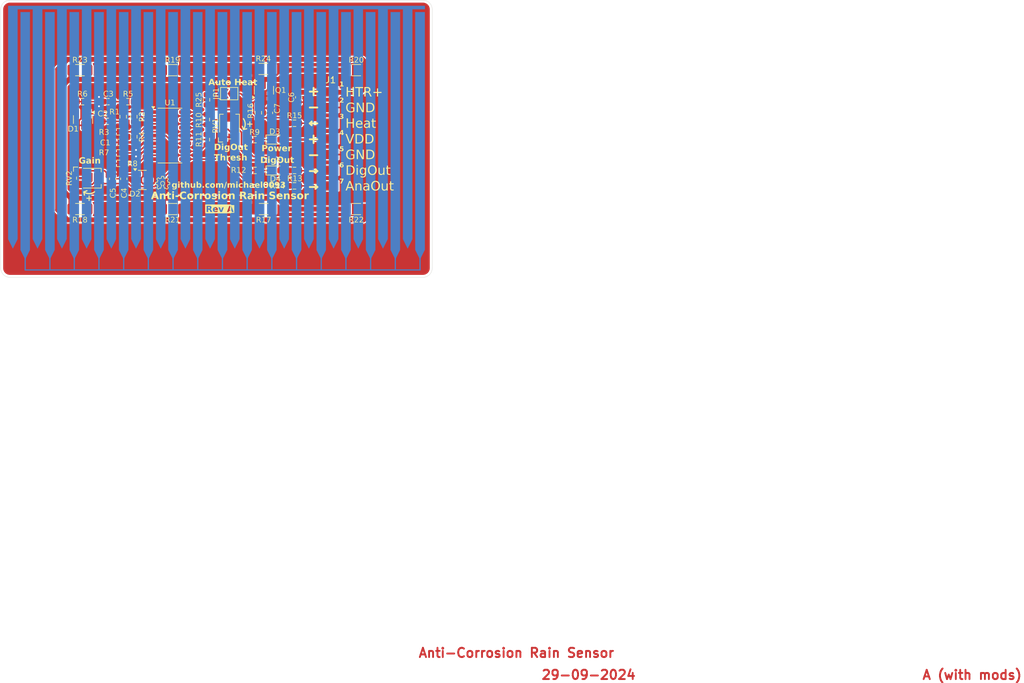
<source format=kicad_pcb>
(kicad_pcb (version 20240108) (generator "pcbnew") (generator_version "8.0")
  (layers (0 "F.Cu" signal) (31 "B.Cu" signal) (34 "B.Paste" user) (35 "F.Paste" user) (36 "B.SilkS" user "B.Silkscreen") (37 "F.SilkS" user "F.Silkscreen") (38 "B.Mask" user) (39 "F.Mask" user) (44 "Edge.Cuts" user))
  (net 0 "")
  (net 1 "GND")
  (net 2 "VDD")
  (net 3 "Net-(U1A--)")
  (net 4 "Net-(C3-Pad2)")
  (net 5 "Net-(C3-Pad1)")
  (net 6 "Net-(D2-A)")
  (net 7 "Net-(D2-K)")
  (net 8 "HTR+")
  (net 9 "Net-(JP1-A)")
  (net 11 "Net-(D2-COM)")
  (net 12 "Net-(D3-K)")
  (net 13 "Net-(D4-K)")
  (net 14 "/HeaterOn")
  (net 15 "Net-(J1-Pin_6)")
  (net 16 "Net-(J1-Pin_7)")
  (net 17 "Net-(R1-Pad1)")
  (net 18 "Net-(U1A-+)")
  (net 19 "Net-(U1B-+)")
  (net 20 "/DigitalOut")
  (net 21 "/AnalogOut")
  (net 22 "Net-(U1D-+)")
  (net 23 "Net-(U1D--)")
  (net 24 "Net-(Q1-D)")
  (net 25 "Net-(JP1-B)")
  (footprint "Package_TO_SOT_SMD:SOT-23" (layer "F.Cu") (at 142.2875 112.9275)
    (property "Reference" "D2")
    (property "Value" "BAT54S")
  )
  (footprint "Capacitor_SMD:C_0603_1608Metric" (layer "F.Cu") (at 136.8125 100.2375 180)
    (property "Reference" "C3")
    (property "Value" "100nF")
  )
  (footprint "Resistor_SMD:R_0603_1608Metric" (layer "F.Cu") (at 140.9125 105.9275 -90)
    (property "Reference" "R4")
    (property "Value" "10k")
  )
  (footprint "Potentiometer_SMD:Potentiometer_Bourns_TC33X_Vertical" (layer "F.Cu") (at 133.7375 112.6375)
    (property "Reference" "RV2")
    (property "Value" "500k")
  )
  (footprint "Resistor_SMD:R_0603_1608Metric" (layer "F.Cu") (at 166.9375 103.7375)
    (property "Reference" "R15")
    (property "Value" "1k")
  )
  (footprint "Resistor_SMD:R_0603_1608Metric" (layer "F.Cu") (at 160.5125 111.3875 180)
    (property "Reference" "R12")
    (property "Value" "1k")
  )
  (footprint "Resistor_SMD:R_0603_1608Metric" (layer "F.Cu") (at 138.3875 105.1275 180)
    (property "Reference" "R3")
    (property "Value" "10k")
  )
  (footprint "Capacitor_SMD:C_0603_1608Metric" (layer "F.Cu") (at 136.6875 103.4275 180)
    (property "Reference" "C2")
    (property "Value" "100nF")
  )
  (footprint "Resistor_SMD:R_1206_3216Metric" (layer "F.Cu") (at 147.1875 95.1375)
    (property "Reference" "R19")
    (property "Value" "100R")
  )
  (footprint "Resistor_SMD:R_0603_1608Metric" (layer "F.Cu") (at 152.6625 103.1375 90)
    (property "Reference" "R10")
    (property "Value" "100k")
  )
  (footprint "Resistor_SMD:R_1206_3216Metric" (layer "F.Cu") (at 176.9375 117.6375)
    (property "Reference" "R22")
    (property "Value" "100R")
  )
  (footprint "Potentiometer_SMD:Potentiometer_Bourns_TC33X_Vertical" (layer "F.Cu") (at 156.4125 104.1775 90)
    (property "Reference" "RV1")
    (property "Value" "10k")
  )
  (footprint "Package_TO_SOT_SMD:SOT-23" (layer "F.Cu") (at 161.9875 98.3875 90)
    (property "Reference" "Q1")
    (property "Value" "AO3400A")
  )
  (footprint "Resistor_SMD:R_0603_1608Metric" (layer "F.Cu") (at 166.9375 113.8875 180)
    (property "Reference" "R14")
    (property "Value" "100R")
  )
  (footprint "Capacitor_SMD:C_0603_1608Metric" (layer "F.Cu") (at 167.625001 99.5375 -90)
    (property "Reference" "C6")
    (property "Value" "100nF")
  )
  (footprint "LED_SMD:LED_0603_1608Metric" (layer "F.Cu") (at 163.8 111.3875)
    (property "Reference" "D4")
    (property "Value" "ORANGE")
  )
  (footprint "Resistor_SMD:R_0603_1608Metric" (layer "F.Cu") (at 138.404762 108.547062)
    (property "Reference" "R7")
    (property "Value" "100k")
  )
  (footprint "Connector_Harwin:Harwin_M20-89007xx_1x07_P2.54mm_Horizontal_NoSilkscreen" (layer "F.Cu") (at 178.2125 106.2675)
    (property "Reference" "J1")
    (property "Value" "Conn_01x07_Pin")
  )
  (footprint "Resistor_SMD:R_1206_3216Metric" (layer "F.Cu") (at 161.9375 117.6375)
    (property "Reference" "R17")
    (property "Value" "100R")
  )
  (footprint "Package_SO:SOIC-14_3.9x8.7mm_P1.27mm" (layer "F.Cu") (at 146.7625 105.7375)
    (property "Reference" "U1")
    (property "Value" "LMV324")
  )
  (footprint "Resistor_SMD:R_1206_3216Metric" (layer "F.Cu") (at 161.8875 94.9375)
    (property "Reference" "R24")
    (property "Value" "100R")
  )
  (footprint "Capacitor_SMD:C_0603_1608Metric" (layer "F.Cu") (at 162.8875 102.0625 -90)
    (property "Reference" "C7")
    (property "Value" "100nF")
  )
  (footprint "Resistor_SMD:R_0603_1608Metric" (layer "F.Cu") (at 140.9125 102.6775 -90)
    (property "Reference" "R2")
    (property "Value" "10k")
  )
  (footprint "Resistor_SMD:R_1206_3216Metric" (layer "F.Cu") (at 147.1875 117.6375)
    (property "Reference" "R21")
    (property "Value" "100R")
  )
  (footprint "Resistor_SMD:R_1206_3216Metric" (layer "F.Cu") (at 132.1875 117.6375)
    (property "Reference" "R18")
    (property "Value" "100R")
  )
  (footprint "LED_SMD:LED_0603_1608Metric" (layer "F.Cu") (at 163.8 106.3875)
    (property "Reference" "D3")
    (property "Value" "GREEN")
  )
  (footprint "Resistor_SMD:R_0603_1608Metric" (layer "F.Cu") (at 139.9875 100.2375 180)
    (property "Reference" "R5")
    (property "Value" "1k")
  )
  (footprint "Package_TO_SOT_SMD:SOT-23" (layer "F.Cu") (at 132.6875 103.1375 -90)
    (property "Reference" "D1")
    (property "Value" "BAV99")
  )
  (footprint "Resistor_SMD:R_0603_1608Metric" (layer "F.Cu") (at 152.6875 99.9375 -90)
    (property "Reference" "R25")
    (property "Value" "10k")
  )
  (footprint "Resistor_SMD:R_0603_1608Metric" (layer "F.Cu") (at 161.0875 102.0375 -90)
    (property "Reference" "R16")
    (property "Value" "100k")
  )
  (footprint "Resistor_SMD:R_0603_1608Metric" (layer "F.Cu") (at 132.5875 100.2375)
    (property "Reference" "R6")
    (property "Value" "1M")
  )
  (footprint "Resistor_SMD:R_1206_3216Metric" (layer "F.Cu") (at 176.9375 95.1375)
    (property "Reference" "R20")
    (property "Value" "100R")
  )
  (footprint "Resistor_SMD:R_0603_1608Metric" (layer "F.Cu") (at 138.4125 110.2375)
    (property "Reference" "R8")
    (property "Value" "10k")
  )
  (footprint "Capacitor_SMD:C_0603_1608Metric" (layer "F.Cu") (at 137.4875 112.7375 90)
    (property "Reference" "C5")
    (property "Value" "100nF")
  )
  (footprint "Capacitor_SMD:C_0603_1608Metric" (layer "F.Cu") (at 139.2875 112.7375 -90)
    (property "Reference" "C4")
    (property "Value" "100nF")
  )
  (footprint "Capacitor_SMD:C_0603_1608Metric" (layer "F.Cu") (at 138.4125 106.8375 180)
    (property "Reference" "C1")
    (property "Value" "100nF")
  )
  (footprint "Resistor_SMD:R_0603_1608Metric" (layer "F.Cu") (at 139.1875 102.6775 -90)
    (property "Reference" "R1")
    (property "Value" "1k")
  )
  (footprint "Resistor_SMD:R_0603_1608Metric" (layer "F.Cu") (at 166.9375 111.3875 180)
    (property "Reference" "R13")
    (property "Value" "100R")
  )
  (footprint "Resistor_SMD:R_0603_1608Metric" (layer "F.Cu") (at 160.5125 106.3875 180)
    (property "Reference" "R9")
    (property "Value" "10k")
  )
  (footprint "Resistor_SMD:R_1206_3216Metric" (layer "F.Cu") (at 132.1875 95.1375)
    (property "Reference" "R23")
    (property "Value" "100R")
  )
  (footprint "Resistor_SMD:R_0603_1608Metric" (layer "F.Cu") (at 152.6625 106.3875 90)
    (property "Reference" "R11")
    (property "Value" "10k")
  )
  (footprint "Jumper:SolderJumper-2_P1.3mm_Open_TrianglePad1.0x1.5mm" (layer "F.Cu") (at 156.362501 98.9375 180)
    (property "Reference" "JP1")
    (property "Value" "Auto Heat" (hide yes))
  )
  (gr_poly (pts (xy 158.519998 85.75) (xy 158.519998 124.25) (xy 159.269998 125.75) (xy 160.019998 124.25) (xy 160.019998 85.75)) (stroke (width 0.05)) (fill solid) (layer "B.Cu") (net 4))
  (gr_poly (pts (xy 150.519998 85.75) (xy 150.519998 124.25) (xy 151.269998 125.75) (xy 152.019998 124.25) (xy 152.019998 85.75)) (stroke (width 0.05)) (fill solid) (layer "B.Cu") (net 4))
  (gr_poly (pts (xy 170.519998 85.75) (xy 170.519998 124.25) (xy 171.269998 125.75) (xy 172.019998 124.25) (xy 172.019998 85.75)) (stroke (width 0.05)) (fill solid) (layer "B.Cu") (net 4))
  (gr_poly (pts (xy 184.519998 85.25) (xy 184.519998 122.5) (xy 185.269998 124) (xy 186.019998 122.5) (xy 186.019998 85.25)) (stroke (width 0.05)) (fill solid) (layer "B.Cu") (net 19))
  (gr_line (start 151.269998 127.5) (end 151.269998 124.75) (stroke (width 0.2)) (layer "B.Cu") (net 4))
  (gr_poly (pts (xy 180.519998 85.25) (xy 180.519998 122.5) (xy 181.269998 124) (xy 182.019998 122.5) (xy 182.019998 85.25)) (stroke (width 0.05)) (fill solid) (layer "B.Cu") (net 19))
  (gr_poly (pts (xy 134.519998 85.75) (xy 134.519998 124.25) (xy 135.269998 125.75) (xy 136.019998 124.25) (xy 136.019998 85.75)) (stroke (width 0.05)) (fill solid) (layer "B.Cu") (net 4))
  (gr_line (start 139.269998 127.5) (end 139.269998 124.75) (stroke (width 0.2)) (layer "B.Cu") (net 4))
  (gr_poly (pts (xy 156.519998 85.25) (xy 156.519998 122.5) (xy 157.269998 124) (xy 158.019998 122.5) (xy 158.019998 85.25)) (stroke (width 0.05)) (fill solid) (layer "B.Cu") (net 19))
  (gr_poly (pts (xy 140.519998 85.25) (xy 140.519998 122.5) (xy 141.269998 124) (xy 142.019998 122.5) (xy 142.019998 85.25)) (stroke (width 0.05)) (fill solid) (layer "B.Cu") (net 19))
  (gr_poly (pts (xy 176.519998 85.25) (xy 176.519998 122.5) (xy 177.269998 124) (xy 178.019998 122.5) (xy 178.019998 85.25)) (stroke (width 0.05)) (fill solid) (layer "B.Cu") (net 19))
  (gr_line (start 167.269998 127.5) (end 167.269998 124.75) (stroke (width 0.2)) (layer "B.Cu") (net 4))
  (gr_poly (pts (xy 164.519998 85.25) (xy 164.519998 122.5) (xy 165.269998 124) (xy 166.019998 122.5) (xy 166.019998 85.25)) (stroke (width 0.05)) (fill solid) (layer "B.Cu") (net 19))
  (gr_line (start 123.319998 127.5) (end 187.269998 127.5) (stroke (width 0.2)) (layer "B.Cu") (net 4))
  (gr_line (start 143.269998 127.5) (end 143.269998 124.75) (stroke (width 0.2)) (layer "B.Cu") (net 4))
  (gr_poly (pts (xy 146.519998 85.75) (xy 146.519998 124.25) (xy 147.269998 125.75) (xy 148.019998 124.25) (xy 148.019998 85.75)) (stroke (width 0.05)) (fill solid) (layer "B.Cu") (net 4))
  (gr_line (start 159.269998 127.5) (end 159.269998 124.75) (stroke (width 0.2)) (layer "B.Cu") (net 4))
  (gr_line (start 179.269998 127.5) (end 179.269998 124.75) (stroke (width 0.2)) (layer "B.Cu") (net 4))
  (gr_poly (pts (xy 132.519998 85.25) (xy 132.519998 122.5) (xy 133.269998 124) (xy 134.019998 122.5) (xy 134.019998 85.25)) (stroke (width 0.05)) (fill solid) (layer "B.Cu") (net 19))
  (gr_line (start 163.269998 127.5) (end 163.269998 124.75) (stroke (width 0.2)) (layer "B.Cu") (net 4))
  (gr_line (start 171.269998 127.5) (end 171.269998 124.75) (stroke (width 0.2)) (layer "B.Cu") (net 4))
  (gr_poly (pts (xy 144.519998 85.25) (xy 144.519998 122.5) (xy 145.269998 124) (xy 146.019998 122.5) (xy 146.019998 85.25)) (stroke (width 0.05)) (fill solid) (layer "B.Cu") (net 19))
  (gr_line (start 131.269998 127.5) (end 131.269998 124.75) (stroke (width 0.2)) (layer "B.Cu") (net 4))
  (gr_poly (pts (xy 168.519998 85.25) (xy 168.519998 122.5) (xy 169.269998 124) (xy 170.019998 122.5) (xy 170.019998 85.25)) (stroke (width 0.05)) (fill solid) (layer "B.Cu") (net 19))
  (gr_poly (pts (xy 120.569998 85.25) (xy 188.04 85.25) (xy 188.04 84.74) (xy 120.57 84.74)) (stroke (width 0.05)) (fill solid) (layer "B.Cu") (net 19))
  (gr_poly (pts (xy 142.519998 85.75) (xy 142.519998 124.25) (xy 143.269998 125.75) (xy 144.019998 124.25) (xy 144.019998 85.75)) (stroke (width 0.05)) (fill solid) (layer "B.Cu") (net 4))
  (gr_poly (pts (xy 122.569998 85.75) (xy 122.569998 124.25) (xy 123.319998 125.75) (xy 124.069998 124.25) (xy 124.069998 85.75)) (stroke (width 0.05)) (fill solid) (layer "B.Cu") (net 4))
  (gr_line (start 183.269998 127.5) (end 183.269998 124.75) (stroke (width 0.2)) (layer "B.Cu") (net 4))
  (gr_poly (pts (xy 162.519998 85.75) (xy 162.519998 124.25) (xy 163.269998 125.75) (xy 164.019998 124.25) (xy 164.019998 85.75)) (stroke (width 0.05)) (fill solid) (layer "B.Cu") (net 4))
  (gr_poly (pts (xy 178.519998 85.75) (xy 178.519998 124.25) (xy 179.269998 125.75) (xy 180.019998 124.25) (xy 180.019998 85.75)) (stroke (width 0.05)) (fill solid) (layer "B.Cu") (net 4))
  (gr_poly (pts (xy 128.519998 85.25) (xy 128.519998 122.5) (xy 129.269998 124) (xy 130.019998 122.5) (xy 130.019998 85.25)) (stroke (width 0.05)) (fill solid) (layer "B.Cu") (net 19))
  (gr_poly (pts (xy 138.519998 85.75) (xy 138.519998 124.25) (xy 139.269998 125.75) (xy 140.019998 124.25) (xy 140.019998 85.75)) (stroke (width 0.05)) (fill solid) (layer "B.Cu") (net 4))
  (gr_line (start 187.269998 127.5) (end 187.269998 124.75) (stroke (width 0.2)) (layer "B.Cu") (net 4))
  (gr_poly (pts (xy 126.569998 85.75) (xy 126.569998 124.25) (xy 127.319998 125.75) (xy 128.069998 124.25) (xy 128.069998 85.75)) (stroke (width 0.05)) (fill solid) (layer "B.Cu") (net 4))
  (gr_line (start 135.269998 127.5) (end 135.269998 124.75) (stroke (width 0.2)) (layer "B.Cu") (net 4))
  (gr_line (start 147.269998 127.5) (end 147.269998 124.75) (stroke (width 0.2)) (layer "B.Cu") (net 4))
  (gr_poly (pts (xy 124.569998 85.25) (xy 124.569998 122.5) (xy 125.319998 124) (xy 126.069998 122.5) (xy 126.069998 85.25)) (stroke (width 0.05)) (fill solid) (layer "B.Cu") (net 19))
  (gr_line (start 155.269998 127.5) (end 155.269998 124.75) (stroke (width 0.2)) (layer "B.Cu") (net 4))
  (gr_poly (pts (xy 130.519998 85.75) (xy 130.519998 124.25) (xy 131.269998 125.75) (xy 132.019998 124.25) (xy 132.019998 85.75)) (stroke (width 0.05)) (fill solid) (layer "B.Cu") (net 4))
  (gr_poly (pts (xy 186.519998 85.75) (xy 186.519998 124.25) (xy 187.269998 125.75) (xy 188.019998 124.25) (xy 188.019998 85.75)) (stroke (width 0.05)) (fill solid) (layer "B.Cu") (net 4))
  (gr_poly (pts (xy 120.569998 85.25) (xy 120.569998 122.5) (xy 121.319998 124) (xy 122.069998 122.5) (xy 122.069998 85.25)) (stroke (width 0.05)) (fill solid) (layer "B.Cu") (net 19))
  (gr_poly (pts (xy 166.519998 85.75) (xy 166.519998 124.25) (xy 167.269998 125.75) (xy 168.019998 124.25) (xy 168.019998 85.75)) (stroke (width 0.05)) (fill solid) (layer "B.Cu") (net 4))
  (gr_poly (pts (xy 148.519998 85.25) (xy 148.519998 122.5) (xy 149.269998 124) (xy 150.019998 122.5) (xy 150.019998 85.25)) (stroke (width 0.05)) (fill solid) (layer "B.Cu") (net 19))
  (gr_poly (pts (xy 182.519998 85.75) (xy 182.519998 124.25) (xy 183.269998 125.75) (xy 184.019998 124.25) (xy 184.019998 85.75)) (stroke (width 0.05)) (fill solid) (layer "B.Cu") (net 4))
  (gr_poly (pts (xy 172.519998 85.25) (xy 172.519998 122.5) (xy 173.269998 124) (xy 174.019998 122.5) (xy 174.019998 85.25)) (stroke (width 0.05)) (fill solid) (layer "B.Cu") (net 19))
  (gr_line (start 127.319998 127.5) (end 127.319998 124.75) (stroke (width 0.2)) (layer "B.Cu") (net 4))
  (gr_poly (pts (xy 174.519998 85.75) (xy 174.519998 124.25) (xy 175.269998 125.75) (xy 176.019998 124.25) (xy 176.019998 85.75)) (stroke (width 0.05)) (fill solid) (layer "B.Cu") (net 4))
  (gr_poly (pts (xy 136.519998 85.25) (xy 136.519998 122.5) (xy 137.269998 124) (xy 138.019998 122.5) (xy 138.019998 85.25)) (stroke (width 0.05)) (fill solid) (layer "B.Cu") (net 19))
  (gr_line (start 175.269998 127.5) (end 175.269998 124.75) (stroke (width 0.2)) (layer "B.Cu") (net 4))
  (gr_line (start 123.319998 124.25) (end 123.319998 127.5) (stroke (width 0.2)) (layer "B.Cu") (net 4))
  (gr_poly (pts (xy 152.519998 85.25) (xy 152.519998 122.5) (xy 153.269998 124) (xy 154.019998 122.5) (xy 154.019998 85.25)) (stroke (width 0.05)) (fill solid) (layer "B.Cu") (net 19))
  (gr_poly (pts (xy 160.519998 85.25) (xy 160.519998 122.5) (xy 161.269998 124) (xy 162.019998 122.5) (xy 162.019998 85.25)) (stroke (width 0.05)) (fill solid) (layer "B.Cu") (net 19))
  (gr_poly (pts (xy 154.519998 85.75) (xy 154.519998 124.25) (xy 155.269998 125.75) (xy 156.019998 124.25) (xy 156.019998 85.75)) (stroke (width 0.05)) (fill solid) (layer "B.Cu") (net 4))
  (gr_line (start 146.027159 114.24755) (end 145.920421 114.291762) (stroke (width 0.1)) (layer "F.SilkS"))
  (gr_line (start 145.354798 112.624106) (end 145.354801 112.624113) (stroke (width 0.1)) (layer "F.SilkS"))
  (gr_arc (start 146.498155 114.186329) (mid 146.50066 114.196149) (end 146.496338 114.205314) (stroke (width 0.1)) (layer "F.SilkS"))
  (gr_line (start 146.337715 113.031335) (end 146.434713 113.265508) (stroke (width 0.1)) (layer "F.SilkS"))
  (gr_line (start 146.497495 112.782962) (end 146.339154 113.017003) (stroke (width 0.1)) (layer "F.SilkS"))
  (gr_line (start 146.339106 113.95124) (end 146.498155 114.186329) (stroke (width 0.1)) (layer "F.SilkS"))
  (gr_arc (start 144.412406 113.342123) (mid 144.415951 113.332461) (end 144.424897 113.327344) (stroke (width 0.1)) (layer "F.SilkS"))
  (gr_arc (start 158.664676 103.003915) (mid 158.951645 103.867072) (end 158.6875 104.7375) (stroke (width 0.2)) (layer "F.SilkS"))
  (gr_line (start 144.714288 113.264598) (end 144.811372 113.030217) (stroke (width 0.1)) (layer "F.SilkS"))
  (gr_line (start 145.444642 113.801737) (end 145.247924 114.28353) (stroke (width 0.1)) (layer "F.SilkS"))
  (gr_line (start 144.412406 113.62531) (end 144.412406 113.342123) (stroke (width 0.1)) (layer "F.SilkS"))
  (gr_arc (start 146.041395 112.719362) (mid 146.035058 112.721794) (end 146.028288 112.721232) (stroke (width 0.1)) (layer "F.SilkS"))
  (gr_line (start 144.652366 112.762942) (end 144.652355 112.762931) (stroke (width 0.1)) (layer "F.SilkS"))
  (gr_arc (start 144.650505 112.782041) (mid 144.647996 112.772159) (end 144.652366 112.762942) (stroke (width 0.1)) (layer "F.SilkS"))
  (gr_arc (start 144.810945 113.937066) (mid 144.812013 113.944341) (end 144.809508 113.951254) (stroke (width 0.1)) (layer "F.SilkS"))
  (gr_arc (start 146.027159 114.24755) (mid 146.034472 114.246469) (end 146.041422 114.248997) (stroke (width 0.1)) (layer "F.SilkS"))
  (gr_line (start 144.872141 112.560315) (end 145.10723 112.719364) (stroke (width 0.1)) (layer "F.SilkS"))
  (gr_line (start 146.496338 114.205314) (end 146.295488 114.406164) (stroke (width 0.1)) (layer "F.SilkS"))
  (gr_line (start 144.650491 114.186296) (end 144.809508 113.951254) (stroke (width 0.1)) (layer "F.SilkS"))
  (gr_arc (start 146.339106 113.95124) (mid 146.336628 113.944566) (end 146.3375 113.9375) (stroke (width 0.1)) (layer "F.SilkS"))
  (gr_arc (start 144.853155 112.562131) (mid 144.862321 112.557812) (end 144.872141 112.560315) (stroke (width 0.1)) (layer "F.SilkS"))
  (gr_line (start 145.432291 112.322252) (end 145.716347 112.322252) (stroke (width 0.1)) (layer "F.SilkS"))
  (gr_arc (start 145.920421 114.291762) (mid 145.908509 114.291606) (end 145.900424 114.282857) (stroke (width 0.1)) (layer "F.SilkS"))
  (gr_line (start 144.424897 113.327344) (end 144.703208 113.273651) (stroke (width 0.1)) (layer "F.SilkS"))
  (gr_arc (start 145.417566 112.334391) (mid 145.422745 112.325679) (end 145.432291 112.322252) (stroke (width 0.1)) (layer "F.SilkS"))
  (gr_line (start 144.809554 113.017129) (end 144.650505 112.782041) (stroke (width 0.1)) (layer "F.SilkS"))
  (gr_arc (start 146.276462 112.560329) (mid 146.286306 112.55783) (end 146.295487 112.562184) (stroke (width 0.1)) (layer "F.SilkS"))
  (gr_arc (start 144.809554 113.017129) (mid 144.811952 113.023463) (end 144.811372 113.030217) (stroke (width 0.1)) (layer "F.SilkS"))
  (gr_line (start 146.72334 113.641046) (end 146.444889 113.694766) (stroke (width 0.1)) (layer "F.SilkS"))
  (gr_arc (start 146.337715 113.031335) (mid 146.336629 113.023991) (end 146.339168 113.017012) (stroke (width 0.1)) (layer "F.SilkS"))
  (gr_rect (start 152.562923 116.98515) (end 156.612077 118.2375) (stroke (width 0.18)) (fill none) (layer "F.SilkS"))
  (gr_arc (start 145.363802 112.61307) (mid 145.360691 112.619723) (end 145.354798 112.624106) (stroke (width 0.1)) (layer "F.SilkS"))
  (gr_arc (start 146.445387 113.273645) (mid 146.439095 113.270822) (end 146.434713 113.265508) (stroke (width 0.1)) (layer "F.SilkS"))
  (gr_line (start 145.731061 112.33441) (end 145.784953 112.613753) (stroke (width 0.1)) (layer "F.SilkS"))
  (gr_arc (start 144.714288 113.264598) (mid 144.709894 113.270522) (end 144.703206 113.273639) (stroke (width 0.1)) (layer "F.SilkS"))
  (gr_line (start 146.041395 112.719362) (end 146.276462 112.560329) (stroke (width 0.1)) (layer "F.SilkS"))
  (gr_line (start 146.275571 114.407384) (end 146.041434 114.248979) (stroke (width 0.1)) (layer "F.SilkS"))
  (gr_line (start 146.295504 112.562167) (end 146.496354 112.763017) (stroke (width 0.1)) (layer "F.SilkS"))
  (gr_line (start 146.434355 113.703669) (end 146.3375 113.9375) (stroke (width 0.1)) (layer "F.SilkS"))
  (gr_arc (start 145.437069 113.782338) (mid 145.444729 113.790525) (end 145.444642 113.801737) (stroke (width 0.1)) (layer "F.SilkS"))
  (gr_line (start 146.736217 113.342696) (end 146.736217 113.626223) (stroke (width 0.1)) (layer "F.SilkS"))
  (gr_line (start 146.041422 114.248997) (end 146.041434 114.248979) (stroke (width 0.1)) (layer "F.SilkS"))
  (gr_arc (start 144.424594 113.640913) (mid 144.415576 113.635395) (end 144.412406 113.62531) (stroke (width 0.1)) (layer "F.SilkS"))
  (gr_arc (start 145.437069 113.782338) (mid 145.574312 113.155908) (end 145.711554 113.782338) (stroke (width 0.1)) (layer "F.SilkS"))
  (gr_line (start 144.852752 114.405781) (end 144.65232 114.205349) (stroke (width 0.1)) (layer "F.SilkS"))
  (gr_arc (start 145.247924 114.28353) (mid 145.239391 114.291905) (end 145.227443 114.291447) (stroke (width 0.1)) (layer "F.SilkS"))
  (gr_line (start 145.900424 114.282857) (end 145.703913 113.801571) (stroke (width 0.1)) (layer "F.SilkS"))
  (gr_line (start 144.70335 113.694692) (end 144.424594 113.640913) (stroke (width 0.1)) (layer "F.SilkS"))
  (gr_arc (start 145.703913 113.801571) (mid 145.703858 113.790412) (end 145.711554 113.782338) (stroke (width 0.1)) (layer "F.SilkS"))
  (gr_arc (start 145.716347 112.322252) (mid 145.725888 112.325686) (end 145.731061 112.33441) (stroke (width 0.1)) (layer "F.SilkS"))
  (gr_line (start 144.652355 112.762931) (end 144.853155 112.562131) (stroke (width 0.1)) (layer "F.SilkS"))
  (gr_line (start 145.121393 112.720794) (end 145.354801 112.624113) (stroke (width 0.1)) (layer "F.SilkS"))
  (gr_line (start 144.810945 113.937066) (end 144.714222 113.703559) (stroke (width 0.1)) (layer "F.SilkS"))
  (gr_arc (start 144.70335 113.694692) (mid 144.709902 113.697756) (end 144.714222 113.703559) (stroke (width 0.1)) (layer "F.SilkS"))
  (gr_arc (start 146.724085 113.327413) (mid 146.732981 113.332808) (end 146.736217 113.342696) (stroke (width 0.1)) (layer "F.SilkS"))
  (gr_line (start 146.445387 113.273645) (end 146.724085 113.327413) (stroke (width 0.1)) (layer "F.SilkS"))
  (gr_arc (start 146.736217 113.626223) (mid 146.732548 113.636041) (end 146.72334 113.641046) (stroke (width 0.1)) (layer "F.SilkS"))
  (gr_line (start 158.6875 104.7375) (end 158.4875 104.2375) (stroke (width 0.2)) (layer "F.SilkS"))
  (gr_line (start 145.227443 114.291447) (end 145.120792 114.247272) (stroke (width 0.1)) (layer "F.SilkS"))
  (gr_line (start 146.295487 112.562184) (end 146.295504 112.562167) (stroke (width 0.1)) (layer "F.SilkS"))
  (gr_arc (start 144.65232 114.205349) (mid 144.647987 114.196153) (end 144.6505 114.186302) (stroke (width 0.1)) (layer "F.SilkS"))
  (gr_arc (start 145.107308 114.248898) (mid 145.113855 114.246467) (end 145.120792 114.247272) (stroke (width 0.1)) (layer "F.SilkS"))
  (gr_arc (start 146.434355 113.703669) (mid 146.438541 113.697939) (end 146.444889 113.694766) (stroke (width 0.1)) (layer "F.SilkS"))
  (gr_line (start 132.917079 115.373342) (end 132.817079 114.873342) (stroke (width 0.2)) (layer "F.SilkS"))
  (gr_line (start 145.107234 112.719358) (end 145.10723 112.719364) (stroke (width 0.1)) (layer "F.SilkS"))
  (gr_line (start 159.1875 104.6375) (end 158.6875 104.7375) (stroke (width 0.2)) (layer "F.SilkS"))
  (gr_line (start 145.363802 112.61307) (end 145.417566 112.334391) (stroke (width 0.1)) (layer "F.SilkS"))
  (gr_line (start 146.339168 113.017012) (end 146.339154 113.017003) (stroke (width 0.1)) (layer "F.SilkS"))
  (gr_line (start 132.817079 114.873342) (end 133.317079 114.673342) (stroke (width 0.2)) (layer "F.SilkS"))
  (gr_line (start 144.703206 113.273639) (end 144.703208 113.273651) (stroke (width 0.1)) (layer "F.SilkS"))
  (gr_line (start 145.793748 112.624083) (end 146.028288 112.721232) (stroke (width 0.1)) (layer "F.SilkS"))
  (gr_arc (start 145.121393 112.720794) (mid 145.114132 112.72186) (end 145.107234 112.719358) (stroke (width 0.1)) (layer "F.SilkS"))
  (gr_arc (start 144.872156 114.40799) (mid 144.862046 114.410464) (end 144.852752 114.405781) (stroke (width 0.1)) (layer "F.SilkS"))
  (gr_arc (start 145.793748 112.624083) (mid 145.788113 112.61997) (end 145.784953 112.613753) (stroke (width 0.1)) (layer "F.SilkS"))
  (gr_arc (start 134.550664 114.850517) (mid 133.687493 115.137523) (end 132.817079 114.873342) (stroke (width 0.2)) (layer "F.SilkS"))
  (gr_arc (start 146.496354 112.763017) (mid 146.500723 112.772771) (end 146.497495 112.782962) (stroke (width 0.1)) (layer "F.SilkS"))
  (gr_arc (start 146.295488 114.406164) (mid 146.285762 114.410544) (end 146.275571 114.407384) (stroke (width 0.1)) (layer "F.SilkS"))
  (gr_line (start 144.6505 114.186302) (end 144.650491 114.186296) (stroke (width 0.1)) (layer "F.SilkS"))
  (gr_line (start 145.107308 114.248898) (end 144.872156 114.40799) (stroke (width 0.1)) (layer "F.SilkS"))
  (gr_line (start 120.85 128.7) (end 187.75 128.7) (stroke (width 0.05)) (layer "Edge.Cuts"))
  (gr_line (start 189.25 127.2) (end 189.25 85.3) (stroke (width 0.05)) (layer "Edge.Cuts"))
  (gr_line (start 119.35 85.3) (end 119.35 127.2) (stroke (width 0.05)) (layer "Edge.Cuts"))
  (gr_arc (start 120.85 128.7) (mid 119.78934 128.26066) (end 119.35 127.2) (stroke (width 0.05)) (layer "Edge.Cuts"))
  (gr_arc (start 119.35 85.3) (mid 119.78934 84.23934) (end 120.85 83.8) (stroke (width 0.05)) (layer "Edge.Cuts"))
  (gr_arc (start 189.25 127.2) (mid 188.81066 128.26066) (end 187.75 128.7) (stroke (width 0.05)) (layer "Edge.Cuts"))
  (gr_arc (start 187.75 83.8) (mid 188.81066 84.23934) (end 189.25 85.3) (stroke (width 0.05)) (layer "Edge.Cuts"))
  (gr_line (start 187.75 83.8) (end 120.85 83.8) (stroke (width 0.05)) (layer "Edge.Cuts"))
  (gr_text "29-09-2024" (at 206.81 193.96 0) (layer "F.Cu") (effects (font (size 1.5 1.5) (thickness 0.3) (bold yes)) (justify left bottom)))
  (gr_text "A (with mods)" (at 268.5 193.97 0) (layer "F.Cu") (effects (font (size 1.5 1.5) (thickness 0.3) (bold yes)) (justify left bottom)))
  (gr_text "Anti-Corrosion Rain Sensor" (at 186.9 190.4 0) (layer "F.Cu") (effects (font (size 1.5 1.5) (thickness 0.3) (bold yes)) (justify left bottom)))
  (gr_text "+" (at 133.062658 115.303161 -90) (layer "F.SilkS") (effects (font (size 1 1) (thickness 0.2) (bold yes)) (justify left bottom)))
  (gr_text "DigOut\nThresh" (at 153.8875 109.9375 0) (layer "F.SilkS") (effects (font (size 1 1) (thickness 0.2) (bold yes)) (justify left bottom)))
  (gr_text "HTR+\nGND\nHeat\nVDD\nGND\nDigOut\nAnaOut" (at 175.1875 114.8875 0) (layer "F.SilkS") (effects (font (size 1.51 1.5)) (justify left bottom)))
  (gr_text "Power" (at 161.5875 108.4375 0) (layer "F.SilkS") (effects (font (size 1 1) (thickness 0.2) (bold yes)) (justify left bottom)))
  (gr_text "github.com/michael0093" (at 147.03 114.35 0) (layer "F.SilkS") (effects (font (size 0.95 0.95) (thickness 0.19) (bold yes)) (justify left bottom)))
  (gr_text "Gain" (at 131.9875 110.4375 0) (layer "F.SilkS") (effects (font (size 1 1) (thickness 0.2) (bold yes)) (justify left bottom)))
  (gr_text "DigOut" (at 161.3875 110.3375 0) (layer "F.SilkS") (effects (font (size 1 1) (thickness 0.2) (bold yes)) (justify left bottom)))
  (gr_text "Auto Heat" (at 152.9875 97.7375 0) (layer "F.SilkS") (effects (font (size 1 1) (thickness 0.2) (bold yes)) (justify left bottom)))
  (gr_text "+\n-\n←\n+\n-\n→\n→" (at 168.8375 114.8875 0) (layer "F.SilkS") (effects (font (size 1.6 1.6) (thickness 0.3) (bold yes)) (justify left bottom)))
  (gr_text "1\n\n2\n\n3\n\n4\n\n5\n\n6\n\n7" (at 174.1875 113.6375 0) (layer "F.SilkS") (effects (font (size 0.78 0.8) (thickness 0.1) (bold yes)) (justify left bottom)))
  (gr_text "Rev A" (at 152.572351 118.289697 0) (layer "F.SilkS" knockout) (effects (font (size 1 1) (thickness 0.2) (bold yes)) (justify left bottom)))
  (gr_text "Anti-Corrosion Rain Sensor" (at 143.6875 116.2375 0) (layer "F.SilkS") (effects (font (size 1.2 1.2) (thickness 0.2) (bold yes)) (justify left bottom)))
  (gr_text "+" (at 159.117319 104.491921 0) (layer "F.SilkS") (effects (font (size 1 1) (thickness 0.2) (bold yes)) (justify left bottom)))
  (segment (start 135.6375 103.4275) (end 135.92 103.71) (width 0.25) (layer "F.Cu") (net 1))
  (segment (start 137.6375 106.6775) (end 137.6375 106.0375) (width 0.25) (layer "F.Cu") (net 1))
  (segment (start 137.5875 111.8625) (end 137.5875 106.8875) (width 0.25) (layer "F.Cu") (net 1))
  (segment (start 136.8 100.625) (end 136.8 99.75) (width 0.2032) (layer "F.Cu") (net 1))
  (segment (start 162.2923 102.0423) (end 163.6827 102.0423) (width 0.2032) (layer "F.Cu") (net 1))
  (segment (start 141.740377 105.984623) (end 142.622083 105.102917) (width 0.25) (layer "F.Cu") (net 1))
  (segment (start 138.3875 107.3375) (end 138.4093 107.3157) (width 0.2032) (layer "F.Cu") (net 1))
  (segment (start 164.561618 114.9843) (end 165.964818 116.3875) (width 0.6) (layer "F.Cu") (net 1))
  (segment (start 135.92 104.840273) (end 136.207227 105.1275) (width 0.25) (layer "F.Cu") (net 1))
  (segment (start 162.2875 102.0375) (end 162.2923 102.0423) (width 0.2032) (layer "F.Cu") (net 1))
  (segment (start 137.5875 106.8875) (end 137.6375 106.8375) (width 0.25) (layer "F.Cu") (net 1))
  (segment (start 136.6875 102.8375) (end 136.7875 102.7375) (width 0.2032) (layer "F.Cu") (net 1))
  (segment (start 137.4875 111.9625) (end 137.5875 111.8625) (width 0.25) (layer "F.Cu") (net 1))
  (segment (start 138.4093 107.3157) (end 138.4093 106.414423) (width 0.2032) (layer "F.Cu") (net 1))
  (segment (start 163.6827 102.0423) (end 163.6875 102.0375) (width 0.2032) (layer "F.Cu") (net 1))
  (segment (start 147.152917 105.102917) (end 147.7875 105.7375) (width 0.25) (layer "F.Cu") (net 1))
  (segment (start 136.8 99.75) (end 136.7875 99.7375) (width 0.2032) (layer "F.Cu") (net 1))
  (segment (start 136.207227 105.1275) (end 137.5625 105.1275) (width 0.25) (layer "F.Cu") (net 1))
  (segment (start 131.2343 114.9843) (end 164.561618 114.9843) (width 0.6) (layer "F.Cu") (net 1))
  (segment (start 165.964818 116.3875) (end 174.1875 116.3875) (width 0.6) (layer "F.Cu") (net 1))
  (segment (start 174.1875 116.3875) (end 174.9375 115.6375) (width 0.6) (layer "F.Cu") (net 1))
  (segment (start 142.622083 105.102917) (end 147.152917 105.102917) (width 0.25) (layer "F.Cu") (net 1))
  (segment (start 147.7875 105.7375) (end 149.4125 105.7375) (width 0.25) (layer "F.Cu") (net 1))
  (segment (start 168.1875 99.5375) (end 168.2875 99.4375) (width 0.2032) (layer "F.Cu") (net 1))
  (segment (start 131.0343 97.5407) (end 130.4875 98.0875) (width 0.6) (layer "F.Cu") (net 1))
  (segment (start 137.690377 105.984623) (end 141.740377 105.984623) (width 0.25) (layer "F.Cu") (net 1))
  (segment (start 130.4875 114.2375) (end 131.2343 114.9843) (width 0.6) (layer "F.Cu") (net 1))
  (segment (start 136.6875 103.8375) (end 136.6875 102.8375) (width 0.2032) (layer "F.Cu") (net 1))
  (segment (start 130.4875 98.0875) (end 130.4875 114.2375) (width 0.6) (layer "F.Cu") (net 1))
  (segment (start 167.1875 99.5375) (end 168.1875 99.5375) (width 0.2032) (layer "F.Cu") (net 1))
  (segment (start 137.6375 105.2025) (end 137.5625 105.1275) (width 0.25) (layer "F.Cu") (net 1))
  (segment (start 137.6375 106.0375) (end 137.6375 105.2025) (width 0.25) (layer "F.Cu") (net 1))
  (segment (start 135.92 103.71) (end 135.92 104.840273) (width 0.25) (layer "F.Cu") (net 1))
  (segment (start 137.6375 106.0375) (end 137.690377 105.984623) (width 0.25) (layer "F.Cu") (net 1))
  (segment (start 136.7875 100.6375) (end 136.8 100.625) (width 0.2032) (layer "F.Cu") (net 1))
  (segment (start 163.8 112.05) (end 163.8 111.960632) (width 0.4) (layer "F.Cu") (net 2))
  (segment (start 156.1725 104.7375) (end 157.4125 105.9775) (width 0.25) (layer "F.Cu") (net 2))
  (segment (start 166.9157 106.4157) (end 166.8875 106.3875) (width 0.4) (layer "F.Cu") (net 2))
  (segment (start 163.8 110.45) (end 163.8 110.77) (width 0.4) (layer "F.Cu") (net 2))
  (segment (start 157.4125 107.1625) (end 159.9875 109.7375) (width 0.4) (layer "F.Cu") (net 2))
  (segment (start 166.567896 112.2657) (end 166.9157 111.917896) (width 0.4) (layer "F.Cu") (net 2))
  (segment (start 157.4125 105.9775) (end 157.4125 107.1625) (width 0.4) (layer "F.Cu") (net 2))
  (segment (start 163.8 110.77) (end 163.8 111.9) (width 0.28) (layer "F.Cu") (net 2))
  (segment (start 144.4625 105.7375) (end 146.0875 105.7375) (width 0.25) (layer "F.Cu") (net 2))
  (segment (start 164.450001 106.3875) (end 166.8875 106.3875) (width 0.4) (layer "F.Cu") (net 2))
  (segment (start 166.9157 111.917896) (end 166.9157 106.4157) (width 0.4) (layer "F.Cu") (net 2))
  (segment (start 153.5457 106.3793) (end 153.8875 106.0375) (width 0.25) (layer "F.Cu") (net 2))
  (segment (start 166.567896 112.2657) (end 164.0157 112.2657) (width 0.4) (layer "F.Cu") (net 2))
  (segment (start 153.8875 104.9375) (end 154.0875 104.7375) (width 0.25) (layer "F.Cu") (net 2))
  (segment (start 142.7875 105.7375) (end 144.4625 105.7375) (width 0.4) (layer "F.Cu") (net 2))
  (segment (start 141.6875 106.8375) (end 142.7875 105.7375) (width 0.4) (layer "F.Cu") (net 2))
  (segment (start 172.6475 106.3875) (end 172.6875 106.3475) (width 0.4) (layer "F.Cu") (net 2))
  (segment (start 159.9875 109.7375) (end 163.0875 109.7375) (width 0.4) (layer "F.Cu") (net 2))
  (segment (start 163.0875 109.7375) (end 163.8 110.45) (width 0.4) (layer "F.Cu") (net 2))
  (segment (start 153.8875 106.0375) (end 153.8875 104.9375) (width 0.25) (layer "F.Cu") (net 2))
  (segment (start 146.0875 105.7375) (end 146.7293 106.3793) (width 0.25) (layer "F.Cu") (net 2))
  (segment (start 154.0875 104.7375) (end 156.1725 104.7375) (width 0.25) (layer "F.Cu") (net 2))
  (segment (start 146.7293 106.3793) (end 153.5457 106.3793) (width 0.25) (layer "F.Cu") (net 2))
  (segment (start 139.1875 106.8375) (end 141.6875 106.8375) (width 0.4) (layer "F.Cu") (net 2))
  (segment (start 166.8875 106.3875) (end 172.6475 106.3875) (width 0.4) (layer "F.Cu") (net 2))
  (segment (start 164.0157 112.2657) (end 163.8 112.05) (width 0.4) (layer "F.Cu") (net 2))
  (segment (start 144.3125 103.1975) (end 144.4625 103.3475) (width 0.25) (layer "F.Cu") (net 3))
  (segment (start 142.7475 103.1975) (end 144.3125 103.1975) (width 0.25) (layer "F.Cu") (net 3))
  (segment (start 139.3425 103.4275) (end 140.115979 102.654021) (width 0.25) (layer "F.Cu") (net 3))
  (segment (start 140.115979 102.654021) (end 142.204021 102.654021) (width 0.25) (layer "F.Cu") (net 3))
  (segment (start 137.1875 103.4275) (end 139.3425 103.4275) (width 0.25) (layer "F.Cu") (net 3))
  (segment (start 142.204021 102.654021) (end 142.7475 103.1975) (width 0.25) (layer "F.Cu") (net 3))
  (segment (start 135.2325 100.2375) (end 136.0375 100.2375) (width 0.25) (layer "F.Cu") (net 4))
  (segment (start 135.23 100.24) (end 135.2325 100.2375) (width 0.25) (layer "F.Cu") (net 4))
  (segment (start 135.27 99.48) (end 135.27 100.99) (width 0.4) (layer "F.Cu") (net 4))
  (segment (start 135.2275 100.2375) (end 133.5125 100.2375) (width 0.25) (layer "F.Cu") (net 4))
  (segment (start 135.23 100.24) (end 135.2275 100.2375) (width 0.25) (layer "F.Cu") (net 4))
  (via (at 135.27 99.48) (size 0.6) (drill 0.3) (layers "F.Cu" "B.Cu") (net 4))
  (via (at 135.27 100.99) (size 0.6) (drill 0.3) (layers "F.Cu" "B.Cu") (net 4))
  (segment (start 133.6375 102.2) (end 136.725 102.2) (width 0.25) (layer "F.Cu") (net 5))
  (segment (start 139.1625 100.2375) (end 137.5875 100.2375) (width 0.25) (layer "F.Cu") (net 5))
  (segment (start 136.725 102.2) (end 137.5875 101.3375) (width 0.25) (layer "F.Cu") (net 5))
  (segment (start 137.5875 101.3375) (end 137.5875 100.2375) (width 0.25) (layer "F.Cu") (net 5))
  (segment (start 136.7875 112.7375) (end 138.5125 112.7375) (width 0.2032) (layer "F.Cu") (net 6))
  (segment (start 131.9375 111.6375) (end 132.1375 111.4375) (width 0.25) (layer "F.Cu") (net 6))
  (segment (start 136.1875 111.4375) (end 136.4875 111.7375) (width 0.25) (layer "F.Cu") (net 6))
  (segment (start 144.45 108.44) (end 144.4625 108.4275) (width 0.25) (layer "F.Cu") (net 6))
  (segment (start 138.516317 112.733683) (end 139.2875 111.9625) (width 0.25) (layer "F.Cu") (net 6))
  (segment (start 132.1375 111.4375) (end 136.1875 111.4375) (width 0.25) (layer "F.Cu") (net 6))
  (segment (start 136.4875 112.4375) (end 136.783683 112.733683) (width 0.25) (layer "F.Cu") (net 6))
  (segment (start 136.783683 112.733683) (end 136.7875 112.7375) (width 0.2032) (layer "F.Cu") (net 6))
  (segment (start 139.2375 110.2375) (end 139.2375 111.9125) (width 0.25) (layer "F.Cu") (net 6))
  (segment (start 139.2375 111.9125) (end 139.2875 111.9625) (width 0.25) (layer "F.Cu") (net 6))
  (segment (start 139.2375 110.2375) (end 141.6425 110.2375) (width 0.25) (layer "F.Cu") (net 6))
  (segment (start 139.3025 111.9775) (end 139.2875 111.9625) (width 0.25) (layer "F.Cu") (net 6))
  (segment (start 141.6425 110.2375) (end 142.47 109.41) (width 0.25) (layer "F.Cu") (net 6))
  (segment (start 136.4875 111.7375) (end 136.4875 112.4375) (width 0.25) (layer "F.Cu") (net 6))
  (segment (start 143.02 108.44) (end 144.45 108.44) (width 0.25) (layer "F.Cu") (net 6))
  (segment (start 142.47 108.99) (end 143.02 108.44) (width 0.25) (layer "F.Cu") (net 6))
  (segment (start 138.5125 112.7375) (end 138.516317 112.733683) (width 0.2032) (layer "F.Cu") (net 6))
  (segment (start 142.47 109.41) (end 142.47 108.99) (width 0.25) (layer "F.Cu") (net 6))
  (segment (start 141.35 111.9775) (end 139.3025 111.9775) (width 0.25) (layer "F.Cu") (net 6))
  (segment (start 146.9875 107.8375) (end 147.8175 107.0075) (width 0.25) (layer "F.Cu") (net 7))
  (segment (start 139.2875 113.5125) (end 140.0625 113.5125) (width 0.25) (layer "F.Cu") (net 7))
  (segment (start 147.8175 107.0075) (end 149.4125 107.0075) (width 0.25) (layer "F.Cu") (net 7))
  (segment (start 131.9375 113.6375) (end 134.1875 113.6375) (width 0.25) (layer "F.Cu") (net 7))
  (segment (start 141.4725 114) (end 144.29 114) (width 0.25) (layer "F.Cu") (net 7))
  (segment (start 144.29 114) (end 146.9875 111.3025) (width 0.25) (layer "F.Cu") (net 7))
  (segment (start 135.2875 112.3875) (end 135.0375 112.6375) (width 0.25) (layer "F.Cu") (net 7))
  (segment (start 146.9875 111.3025) (end 146.9875 107.8375) (width 0.25) (layer "F.Cu") (net 7))
  (segment (start 134.1875 113.6375) (end 135.1875 112.6375) (width 0.25) (layer "F.Cu") (net 7))
  (segment (start 140.0625 113.5125) (end 140.4275 113.8775) (width 0.25) (layer "F.Cu") (net 7))
  (segment (start 140.4275 113.8775) (end 141.35 113.8775) (width 0.25) (layer "F.Cu") (net 7))
  (segment (start 141.35 113.8775) (end 141.4725 114) (width 0.25) (layer "F.Cu") (net 7))
  (segment (start 136.0625 113.5125) (end 137.4875 113.5125) (width 0.25) (layer "F.Cu") (net 7))
  (segment (start 135.1875 112.6375) (end 136.0625 113.5125) (width 0.25) (layer "F.Cu") (net 7))
  (segment (start 137.4875 113.5125) (end 139.2875 113.5125) (width 0.25) (layer "F.Cu") (net 7))
  (segment (start 178.4 97.925) (end 178.4 95.1375) (width 0.8) (layer "F.Cu") (net 8))
  (segment (start 177.9375 93.3875) (end 163.4375 93.3875) (width 0.8) (layer "F.Cu") (net 8))
  (segment (start 163.4375 93.3875) (end 148.6875 93.3875) (width 0.8) (layer "F.Cu") (net 8))
  (segment (start 163.4 95.1375) (end 163.4 93.425) (width 0.8) (layer "F.Cu") (net 8))
  (segment (start 178.4375 95.1) (end 178.4375 93.8875) (width 0.8) (layer "F.Cu") (net 8))
  (segment (start 163.4 93.425) (end 163.4375 93.3875) (width 0.8) (layer "F.Cu") (net 8))
  (segment (start 163.4 119.35) (end 163.4375 119.3875) (width 0.8) (layer "F.Cu") (net 8))
  (segment (start 148.9375 119.3875) (end 163.4375 119.3875) (width 0.8) (layer "F.Cu") (net 8))
  (segment (start 130.1875 119.3875) (end 133.6875 119.3875) (width 0.8) (layer "F.Cu") (net 8))
  (segment (start 178.4 95.1375) (end 178.4375 95.1) (width 0.8) (layer "F.Cu") (net 8))
  (segment (start 172.6875 98.7275) (end 177.5975 98.7275) (width 0.8) (layer "F.Cu") (net 8))
  (segment (start 128.5811 94.9939) (end 128.5811 117.7811) (width 0.8) (layer "F.Cu") (net 8))
  (segment (start 178.1125 119.3875) (end 178.4 119.1) (width 0.8) (layer "F.Cu") (net 8))
  (segment (start 148.6875 93.3875) (end 133.6875 93.3875) (width 0.8) (layer "F.Cu") (net 8))
  (segment (start 133.6875 93.3875) (end 130.1875 93.3875) (width 0.8) (layer "F.Cu") (net 8))
  (segment (start 148.65 95.1375) (end 148.65 93.425) (width 0.8) (layer "F.Cu") (net 8))
  (segment (start 133.65 95.1375) (end 133.65 93.425) (width 0.8) (layer "F.Cu") (net 8))
  (segment (start 133.65 117.6375) (end 133.65 119.35) (width 0.8) (layer "F.Cu") (net 8))
  (segment (start 130.1875 93.3875) (end 128.5811 94.9939) (width 0.8) (layer "F.Cu") (net 8))
  (segment (start 133.65 119.35) (end 133.6875 119.3875) (width 0.8) (layer "F.Cu") (net 8))
  (segment (start 163.4375 119.3875) (end 178.1125 119.3875) (width 0.8) (layer "F.Cu") (net 8))
  (segment (start 177.5975 98.7275) (end 178.4 97.925) (width 0.8) (layer "F.Cu") (net 8))
  (segment (start 178.4 119.1) (end 178.4 117.6375) (width 0.8) (layer "F.Cu") (net 8))
  (segment (start 172.6875 98.7275) (end 167.740001 98.7275) (width 0.8) (layer "F.Cu") (net 8))
  (segment (start 148.65 93.425) (end 148.6875 93.3875) (width 0.8) (layer "F.Cu") (net 8))
  (segment (start 148.65 117.6375) (end 148.65 119.1) (width 0.8) (layer "F.Cu") (net 8))
  (segment (start 133.65 93.425) (end 133.6875 93.3875) (width 0.8) (layer "F.Cu") (net 8))
  (segment (start 163.4 117.6375) (end 163.4 119.35) (width 0.8) (layer "F.Cu") (net 8))
  (segment (start 128.5811 117.7811) (end 130.1875 119.3875) (width 0.8) (layer "F.Cu") (net 8))
  (segment (start 133.6875 119.3875) (end 148.9375 119.3875) (width 0.8) (layer "F.Cu") (net 8))
  (segment (start 178.4375 93.8875) (end 177.9375 93.3875) (width 0.8) (layer "F.Cu") (net 8))
  (segment (start 148.65 119.1) (end 148.9375 119.3875) (width 0.8) (layer "F.Cu") (net 8))
  (segment (start 166.1125 103.7375) (end 165.2125 102.8375) (width 0.25) (layer "F.Cu") (net 9))
  (segment (start 157.0875 98.9375) (end 158.2375 98.9375) (width 0.25) (layer "F.Cu") (net 9))
  (segment (start 161.0875 102.8625) (end 160.2843 102.0593) (width 0.25) (layer "F.Cu") (net 9))
  (segment (start 160.2843 100.38445) (end 160.9875 99.68125) (width 0.25) (layer "F.Cu") (net 9))
  (segment (start 162.8625 102.8625) (end 162.8875 102.8375) (width 0.25) (layer "F.Cu") (net 9))
  (segment (start 160.9875 99.68125) (end 160.9875 99.325) (width 0.25) (layer "F.Cu") (net 9))
  (segment (start 161.0875 102.8625) (end 162.8625 102.8625) (width 0.25) (layer "F.Cu") (net 9))
  (segment (start 160.23735 100.3375) (end 160.2843 100.38445) (width 0.25) (layer "F.Cu") (net 9))
  (segment (start 159.6375 100.3375) (end 160.23735 100.3375) (width 0.25) (layer "F.Cu") (net 9))
  (segment (start 160.2843 102.0593) (end 160.2843 100.38445) (width 0.25) (layer "F.Cu") (net 9))
  (segment (start 158.2375 98.9375) (end 159.6375 100.3375) (width 0.25) (layer "F.Cu") (net 9))
  (segment (start 165.2125 102.8375) (end 162.8875 102.8375) (width 0.25) (layer "F.Cu") (net 9))
  (segment (start 143.225001 112.9275) (end 143.215001 112.9375) (width 0.25) (layer "F.Cu") (net 11))
  (segment (start 142.8875 112.9375) (end 142.8875 110.2825) (width 0.25) (layer "F.Cu") (net 11))
  (segment (start 143.215001 112.9375) (end 142.8875 112.9375) (width 0.25) (layer "F.Cu") (net 11))
  (segment (start 142.8875 110.2825) (end 143.6225 109.5475) (width 0.25) (layer "F.Cu") (net 11))
  (segment (start 143.6225 109.5475) (end 144.4625 109.5475) (width 0.25) (layer "F.Cu") (net 11))
  (segment (start 162.800001 106.3875) (end 161.162501 106.3875) (width 0.2032) (layer "F.Cu") (net 12))
  (segment (start 162.8625 111.3875) (end 161.162501 111.3875) (width 0.25) (layer "F.Cu") (net 13))
  (segment (start 172.6175 103.7375) (end 172.6875 103.8075) (width 0.25) (layer "F.Cu") (net 14))
  (segment (start 167.7625 103.7375) (end 172.6175 103.7375) (width 0.25) (layer "F.Cu") (net 14))
  (segment (start 172.6875 111.4275) (end 167.8025 111.4275) (width 0.25) (layer "F.Cu") (net 15))
  (segment (start 167.8025 111.4275) (end 167.7625 111.3875) (width 0.2032) (layer "F.Cu") (net 15))
  (segment (start 167.7625 113.8875) (end 172.6075 113.8875) (width 0.25) (layer "F.Cu") (net 16))
  (segment (start 172.6075 113.8875) (end 172.6875 113.9675) (width 0.2032) (layer "F.Cu") (net 16))
  (segment (start 144.4625 102.0775) (end 144.4625 101.9275) (width 0.25) (layer "F.Cu") (net 17))
  (segment (start 140.9125 101.8525) (end 140.9125 100.2525) (width 0.25) (layer "F.Cu") (net 17))
  (segment (start 144.3875 101.8525) (end 138.9125 101.8525) (width 0.25) (layer "F.Cu") (net 17))
  (segment (start 144.4625 101.9275) (end 144.3875 101.8525) (width 0.25) (layer "F.Cu") (net 17))
  (segment (start 144.3125 104.4675) (end 144.4625 104.6175) (width 0.25) (layer "F.Cu") (net 18))
  (segment (start 141.955 105.1025) (end 142.59 104.4675) (width 0.25) (layer "F.Cu") (net 18))
  (segment (start 140.9125 105.1025) (end 141.955 105.1025) (width 0.25) (layer "F.Cu") (net 18))
  (segment (start 139.2125 105.1275) (end 140.8875 105.1275) (width 0.25) (layer "F.Cu") (net 18))
  (segment (start 142.59 104.4675) (end 144.3125 104.4675) (width 0.25) (layer "F.Cu") (net 18))
  (segment (start 140.9125 103.5025) (end 140.9125 105.1025) (width 0.25) (layer "F.Cu") (net 18))
  (segment (start 140.8875 105.1275) (end 140.9125 105.1025) (width 0.25) (layer "F.Cu") (net 18))
  (segment (start 143.1025 107.0075) (end 144.2875 107.0075) (width 0.25) (layer "F.Cu") (net 19))
  (segment (start 139.229762 108.547062) (end 141.257062 108.547062) (width 0.25) (layer "F.Cu") (net 19))
  (segment (start 141.257062 108.547062) (end 141.27 108.56) (width 0.25) (layer "F.Cu") (net 19))
  (segment (start 142.04 108.07) (end 143.1025 107.0075) (width 0.25) (layer "F.Cu") (net 19))
  (segment (start 144.3125 107.0075) (end 144.4625 107.1575) (width 0.25) (layer "F.Cu") (net 19))
  (segment (start 141.27 108.56) (end 141.27 108.07) (width 0.4) (layer "F.Cu") (net 19))
  (segment (start 141.27 109.11) (end 141.27 108.56) (width 0.4) (layer "F.Cu") (net 19))
  (segment (start 141.27 108.07) (end 142.04 108.07) (width 0.25) (layer "F.Cu") (net 19))
  (via (at 141.27 108.07) (size 0.6) (drill 0.3) (layers "F.Cu" "B.Cu") (net 19))
  (via (at 141.27 109.11) (size 0.6) (drill 0.3) (layers "F.Cu" "B.Cu") (net 19))
  (segment (start 152.6625 102.3125) (end 152.6625 101.5625) (width 0.25) (layer "F.Cu") (net 20))
  (segment (start 158.3407 107.1907) (end 158.3407 105.1907) (width 0.25) (layer "F.Cu") (net 20))
  (segment (start 164.5125 109.9625) (end 163.6875 109.1375) (width 0.25) (layer "F.Cu") (net 20))
  (segment (start 158.3407 105.1907) (end 157.6875 104.5375) (width 0.25) (layer "F.Cu") (net 20))
  (segment (start 163.6875 109.1375) (end 160.2875 109.1375) (width 0.25) (layer "F.Cu") (net 20))
  (segment (start 151.2275 101.9275) (end 151.6125 102.3125) (width 0.25) (layer "F.Cu") (net 20))
  (segment (start 152.6875 101.5375) (end 152.6875 100.7625) (width 0.25) (layer "F.Cu") (net 20))
  (segment (start 149.4125 101.9275) (end 151.2275 101.9275) (width 0.25) (layer "F.Cu") (net 20))
  (segment (start 157.6875 104.5375) (end 157.6875 101.8429) (width 0.25) (layer "F.Cu") (net 20))
  (segment (start 160.2875 109.1375) (end 158.3407 107.1907) (width 0.25) (layer "F.Cu") (net 20))
  (segment (start 166.1125 111.3875) (end 164.5125 111.3875) (width 0.25) (layer "F.Cu") (net 20))
  (segment (start 164.5125 111.3875) (end 164.5125 109.9625) (width 0.25) (layer "F.Cu") (net 20))
  (segment (start 152.6625 101.5625) (end 152.6875 101.5375) (width 0.25) (layer "F.Cu") (net 20))
  (segment (start 157.3821 101.5375) (end 152.6875 101.5375) (width 0.25) (layer "F.Cu") (net 20))
  (segment (start 151.6125 102.3125) (end 152.6625 102.3125) (width 0.25) (layer "F.Cu") (net 20))
  (segment (start 157.6875 101.8429) (end 157.3821 101.5375) (width 0.25) (layer "F.Cu") (net 20))
  (segment (start 155.4975 109.5475) (end 151.5975 109.5475) (width 0.25) (layer "F.Cu") (net 21))
  (segment (start 159.8375 113.8875) (end 155.4975 109.5475) (width 0.25) (layer "F.Cu") (net 21))
  (segment (start 151.5975 109.5475) (end 151.5975 108.2775) (width 0.25) (layer "F.Cu") (net 21))
  (segment (start 166.1125 113.8875) (end 159.8375 113.8875) (width 0.25) (layer "F.Cu") (net 21))
  (segment (start 151.5975 109.5475) (end 149.4125 109.5475) (width 0.25) (layer "F.Cu") (net 21))
  (segment (start 151.5975 108.2775) (end 152.6625 107.2125) (width 0.25) (layer "F.Cu") (net 21))
  (segment (start 149.4125 108.2775) (end 151.5975 108.2775) (width 0.25) (layer "F.Cu") (net 21))
  (segment (start 152.6625 105.5625) (end 152.6625 103.9625) (width 0.25) (layer "F.Cu") (net 22))
  (segment (start 149.4125 104.4675) (end 151.1075 104.4675) (width 0.25) (layer "F.Cu") (net 22))
  (segment (start 151.1075 104.4675) (end 151.6125 103.9625) (width 0.25) (layer "F.Cu") (net 22))
  (segment (start 151.6125 103.9625) (end 152.6625 103.9625) (width 0.25) (layer "F.Cu") (net 22))
  (segment (start 149.4125 103.1975) (end 155.9425 103.1975) (width 0.25) (layer "F.Cu") (net 23))
  (segment (start 155.9425 103.1975) (end 156.4125 102.7275) (width 0.25) (layer "F.Cu") (net 23))
  (segment (start 130.725 117.6375) (end 130.725 115.925) (width 0.8) (layer "F.Cu") (net 24))
  (segment (start 145.725 96.425) (end 145.9375 96.6375) (width 0.8) (layer "F.Cu") (net 24))
  (segment (start 165.9375 117.6375) (end 164.1875 115.8875) (width 0.8) (layer "F.Cu") (net 24))
  (segment (start 160.6875 96.6375) (end 164.4375 96.6375) (width 0.8) (layer "F.Cu") (net 24))
  (segment (start 145.725 95.1375) (end 145.725 96.425) (width 0.8) (layer "F.Cu") (net 24))
  (segment (start 160.6875 115.8875) (end 145.6875 115.8875) (width 0.8) (layer "F.Cu") (net 24))
  (segment (start 164.4375 96.6375) (end 165.9375 95.1375) (width 0.8) (layer "F.Cu") (net 24))
  (segment (start 160.475 117.6375) (end 160.475 116.1) (width 0.8) (layer "F.Cu") (net 24))
  (segment (start 160.475 96.425) (end 160.6875 96.6375) (width 0.8) (layer "F.Cu") (net 24))
  (segment (start 130.4375 96.6375) (end 145.9375 96.6375) (width 0.8) (layer "F.Cu") (net 24))
  (segment (start 165.9375 95.1375) (end 175.475 95.1375) (width 0.8) (layer "F.Cu") (net 24))
  (segment (start 164.1875 115.8875) (end 160.6875 115.8875) (width 0.8) (layer "F.Cu") (net 24))
  (segment (start 130.6875 115.8375) (end 129.5843 114.7343) (width 0.8) (layer "F.Cu") (net 24))
  (segment (start 129.5843 97.4907) (end 130.4375 96.6375) (width 0.8) (layer "F.Cu") (net 24))
  (segment (start 160.475 116.1) (end 160.6875 115.8875) (width 0.8) (layer "F.Cu") (net 24))
  (segment (start 145.6875 115.8875) (end 130.6875 115.8875) (width 0.8) (layer "F.Cu") (net 24))
  (segment (start 145.9375 96.6375) (end 160.6875 96.6375) (width 0.8) (layer "F.Cu") (net 24))
  (segment (start 145.725 117.6375) (end 145.725 115.925) (width 0.8) (layer "F.Cu") (net 24))
  (segment (start 175.475 117.6375) (end 165.9375 117.6375) (width 0.8) (layer "F.Cu") (net 24))
  (segment (start 130.725 115.925) (end 130.6875 115.8875) (width 0.8) (layer "F.Cu") (net 24))
  (segment (start 145.725 115.925) (end 145.6875 115.8875) (width 0.8) (layer "F.Cu") (net 24))
  (segment (start 130.725 96.35) (end 130.4375 96.6375) (width 0.8) (layer "F.Cu") (net 24))
  (segment (start 129.5843 114.7343) (end 129.5843 97.4907) (width 0.8) (layer "F.Cu") (net 24))
  (segment (start 130.6875 115.8875) (end 130.6875 115.8375) (width 0.8) (layer "F.Cu") (net 24))
  (segment (start 160.475 95.1375) (end 160.475 96.425) (width 0.8) (layer "F.Cu") (net 24))
  (segment (start 130.725 95.1375) (end 130.725 96.35) (width 0.8) (layer "F.Cu") (net 24))
  (segment (start 155.462502 99.1125) (end 155.637502 98.9375) (width 0.25) (layer "F.Cu") (net 25))
  (segment (start 152.6875 99.1125) (end 155.462502 99.1125) (width 0.25) (layer "F.Cu") (net 25))
  (zone (net 1) (net_name "GND") (layer "F.Cu") (connect_pads (clearance 0.2032)) (min_thickness 0.2032) (fill yes (thermal_gap 0.2032) (thermal_bridge_width 0.25) (smoothing fillet) (radius 2) (island_removal_mode 2) (island_area_min 5))
    (polygon (pts (xy 119.2375 83.7875) (xy 119.4375 128.6875) (xy 189.3625 128.7525) (xy 189.1625 83.8525)))
  )
)
</source>
